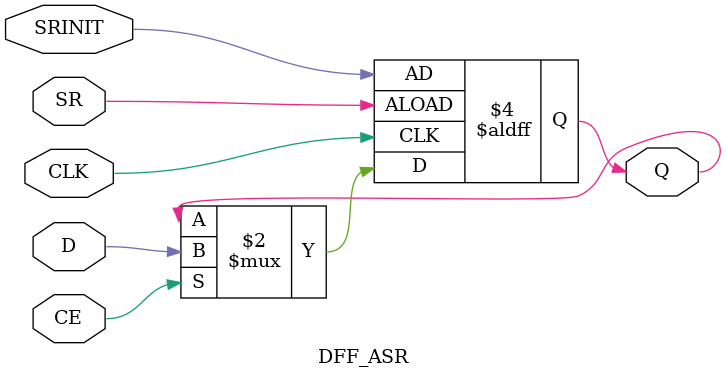
<source format=sv>
`timescale 1ns / 1ps


module DFF_ASR(
    input CLK,  //Module Clock 
    input D,    //D
    input CE,   // Chip Enable
    input SR,   //Active High Asynchronous Reset
    input SRINIT,   //Initial Value
    output reg Q    //Output Q
    );
    
    always @(posedge CLK or posedge SR) begin
        if (SR) begin
            Q <= SRINIT;
        end
        else if (CE) begin 
            Q <= D;      
        end
    end
endmodule

</source>
